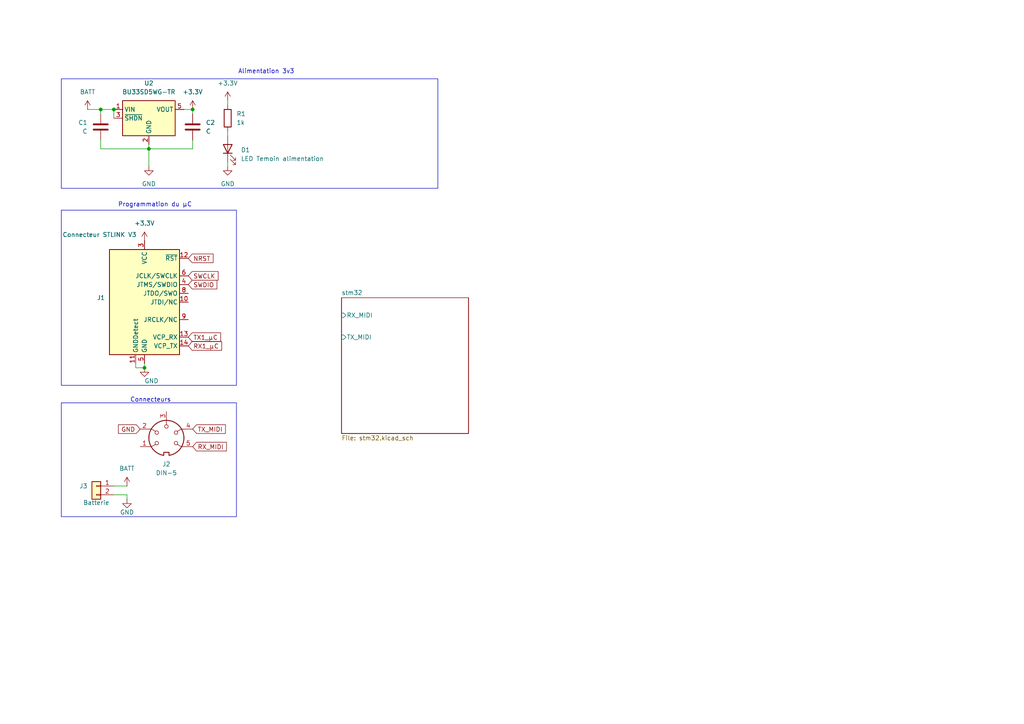
<source format=kicad_sch>
(kicad_sch
	(version 20250114)
	(generator "eeschema")
	(generator_version "9.0")
	(uuid "5e74dd86-eabf-4eac-a6ab-2534adeb335f")
	(paper "A4")
	(lib_symbols
		(symbol "Connector:Conn_ST_STDC14"
			(exclude_from_sim no)
			(in_bom yes)
			(on_board yes)
			(property "Reference" "J"
				(at -8.89 16.51 0)
				(effects
					(font
						(size 1.27 1.27)
					)
					(justify right)
				)
			)
			(property "Value" "Conn_ST_STDC14"
				(at 17.78 16.51 0)
				(effects
					(font
						(size 1.27 1.27)
					)
					(justify right bottom)
				)
			)
			(property "Footprint" ""
				(at 0 0 0)
				(effects
					(font
						(size 1.27 1.27)
					)
					(hide yes)
				)
			)
			(property "Datasheet" "https://www.st.com/content/ccc/resource/technical/document/user_manual/group1/99/49/91/b6/b2/3a/46/e5/DM00526767/files/DM00526767.pdf/jcr:content/translations/en.DM00526767.pdf"
				(at -8.89 -31.75 90)
				(effects
					(font
						(size 1.27 1.27)
					)
					(hide yes)
				)
			)
			(property "Description" "ST Debug Connector, standard ARM Cortex-M SWD and JTAG interface plus UART"
				(at 0 0 0)
				(effects
					(font
						(size 1.27 1.27)
					)
					(hide yes)
				)
			)
			(property "ki_keywords" "ST STM32 Cortex Debug Connector ARM SWD JTAG"
				(at 0 0 0)
				(effects
					(font
						(size 1.27 1.27)
					)
					(hide yes)
				)
			)
			(property "ki_fp_filters" "PinHeader?2x07?P1.27mm*"
				(at 0 0 0)
				(effects
					(font
						(size 1.27 1.27)
					)
					(hide yes)
				)
			)
			(symbol "Conn_ST_STDC14_0_1"
				(rectangle
					(start -10.16 15.24)
					(end 10.16 -15.24)
					(stroke
						(width 0.254)
						(type default)
					)
					(fill
						(type background)
					)
				)
			)
			(symbol "Conn_ST_STDC14_1_1"
				(pin no_connect line
					(at -10.16 5.08 0)
					(length 2.54)
					(hide yes)
					(name "NC"
						(effects
							(font
								(size 1.27 1.27)
							)
						)
					)
					(number "1"
						(effects
							(font
								(size 1.27 1.27)
							)
						)
					)
				)
				(pin no_connect line
					(at -10.16 2.54 0)
					(length 2.54)
					(hide yes)
					(name "NC"
						(effects
							(font
								(size 1.27 1.27)
							)
						)
					)
					(number "2"
						(effects
							(font
								(size 1.27 1.27)
							)
						)
					)
				)
				(pin passive line
					(at -2.54 -17.78 90)
					(length 2.54)
					(name "GNDDetect"
						(effects
							(font
								(size 1.27 1.27)
							)
						)
					)
					(number "11"
						(effects
							(font
								(size 1.27 1.27)
							)
						)
					)
				)
				(pin power_in line
					(at 0 17.78 270)
					(length 2.54)
					(name "VCC"
						(effects
							(font
								(size 1.27 1.27)
							)
						)
					)
					(number "3"
						(effects
							(font
								(size 1.27 1.27)
							)
						)
					)
				)
				(pin power_in line
					(at 0 -17.78 90)
					(length 2.54)
					(name "GND"
						(effects
							(font
								(size 1.27 1.27)
							)
						)
					)
					(number "5"
						(effects
							(font
								(size 1.27 1.27)
							)
						)
					)
				)
				(pin passive line
					(at 0 -17.78 90)
					(length 2.54)
					(hide yes)
					(name "GND"
						(effects
							(font
								(size 1.27 1.27)
							)
						)
					)
					(number "7"
						(effects
							(font
								(size 1.27 1.27)
							)
						)
					)
				)
				(pin open_collector line
					(at 12.7 12.7 180)
					(length 2.54)
					(name "~{RST}"
						(effects
							(font
								(size 1.27 1.27)
							)
						)
					)
					(number "12"
						(effects
							(font
								(size 1.27 1.27)
							)
						)
					)
				)
				(pin output line
					(at 12.7 7.62 180)
					(length 2.54)
					(name "JCLK/SWCLK"
						(effects
							(font
								(size 1.27 1.27)
							)
						)
					)
					(number "6"
						(effects
							(font
								(size 1.27 1.27)
							)
						)
					)
				)
				(pin bidirectional line
					(at 12.7 5.08 180)
					(length 2.54)
					(name "JTMS/SWDIO"
						(effects
							(font
								(size 1.27 1.27)
							)
						)
					)
					(number "4"
						(effects
							(font
								(size 1.27 1.27)
							)
						)
					)
				)
				(pin input line
					(at 12.7 2.54 180)
					(length 2.54)
					(name "JTDO/SWO"
						(effects
							(font
								(size 1.27 1.27)
							)
						)
					)
					(number "8"
						(effects
							(font
								(size 1.27 1.27)
							)
						)
					)
				)
				(pin output line
					(at 12.7 0 180)
					(length 2.54)
					(name "JTDI/NC"
						(effects
							(font
								(size 1.27 1.27)
							)
						)
					)
					(number "10"
						(effects
							(font
								(size 1.27 1.27)
							)
						)
					)
				)
				(pin input line
					(at 12.7 -5.08 180)
					(length 2.54)
					(name "JRCLK/NC"
						(effects
							(font
								(size 1.27 1.27)
							)
						)
					)
					(number "9"
						(effects
							(font
								(size 1.27 1.27)
							)
						)
					)
				)
				(pin output line
					(at 12.7 -10.16 180)
					(length 2.54)
					(name "VCP_RX"
						(effects
							(font
								(size 1.27 1.27)
							)
						)
					)
					(number "13"
						(effects
							(font
								(size 1.27 1.27)
							)
						)
					)
				)
				(pin input line
					(at 12.7 -12.7 180)
					(length 2.54)
					(name "VCP_TX"
						(effects
							(font
								(size 1.27 1.27)
							)
						)
					)
					(number "14"
						(effects
							(font
								(size 1.27 1.27)
							)
						)
					)
				)
			)
			(embedded_fonts no)
		)
		(symbol "Connector:DIN-5"
			(pin_names
				(offset 1.016)
			)
			(exclude_from_sim no)
			(in_bom yes)
			(on_board yes)
			(property "Reference" "J"
				(at 3.175 5.715 0)
				(effects
					(font
						(size 1.27 1.27)
					)
				)
			)
			(property "Value" "DIN-5"
				(at 0 -6.35 0)
				(effects
					(font
						(size 1.27 1.27)
					)
				)
			)
			(property "Footprint" ""
				(at 0 0 0)
				(effects
					(font
						(size 1.27 1.27)
					)
					(hide yes)
				)
			)
			(property "Datasheet" "http://www.mouser.com/ds/2/18/40_c091_abd_e-75918.pdf"
				(at 0 0 0)
				(effects
					(font
						(size 1.27 1.27)
					)
					(hide yes)
				)
			)
			(property "Description" "5-pin DIN connector"
				(at 0 0 0)
				(effects
					(font
						(size 1.27 1.27)
					)
					(hide yes)
				)
			)
			(property "ki_keywords" "circular DIN connector"
				(at 0 0 0)
				(effects
					(font
						(size 1.27 1.27)
					)
					(hide yes)
				)
			)
			(property "ki_fp_filters" "DIN*"
				(at 0 0 0)
				(effects
					(font
						(size 1.27 1.27)
					)
					(hide yes)
				)
			)
			(symbol "DIN-5_0_1"
				(polyline
					(pts
						(xy -5.08 2.54) (xy -4.318 2.54) (xy -3.175 1.905)
					)
					(stroke
						(width 0)
						(type default)
					)
					(fill
						(type none)
					)
				)
				(polyline
					(pts
						(xy -5.08 -2.54) (xy -4.318 -2.54) (xy -3.175 -1.905)
					)
					(stroke
						(width 0)
						(type default)
					)
					(fill
						(type none)
					)
				)
				(circle
					(center -2.794 1.524)
					(radius 0.508)
					(stroke
						(width 0)
						(type default)
					)
					(fill
						(type none)
					)
				)
				(circle
					(center -2.794 -1.524)
					(radius 0.508)
					(stroke
						(width 0)
						(type default)
					)
					(fill
						(type none)
					)
				)
				(polyline
					(pts
						(xy -0.762 -4.953) (xy -0.762 -4.191) (xy 0.762 -4.191) (xy 0.762 -4.953)
					)
					(stroke
						(width 0.254)
						(type default)
					)
					(fill
						(type none)
					)
				)
				(arc
					(start 5.08 0)
					(mid 3.8673 -3.3444)
					(end 0.762 -5.08)
					(stroke
						(width 0.254)
						(type default)
					)
					(fill
						(type none)
					)
				)
				(polyline
					(pts
						(xy 0 5.08) (xy 0 3.81)
					)
					(stroke
						(width 0)
						(type default)
					)
					(fill
						(type none)
					)
				)
				(circle
					(center 0 3.302)
					(radius 0.508)
					(stroke
						(width 0)
						(type default)
					)
					(fill
						(type none)
					)
				)
				(arc
					(start -5.08 0)
					(mid 0 5.0579)
					(end 5.08 0)
					(stroke
						(width 0.254)
						(type default)
					)
					(fill
						(type none)
					)
				)
				(arc
					(start -0.762 -5.08)
					(mid -3.8597 -3.3379)
					(end -5.08 0)
					(stroke
						(width 0.254)
						(type default)
					)
					(fill
						(type none)
					)
				)
				(circle
					(center 2.794 1.524)
					(radius 0.508)
					(stroke
						(width 0)
						(type default)
					)
					(fill
						(type none)
					)
				)
				(circle
					(center 2.794 -1.524)
					(radius 0.508)
					(stroke
						(width 0)
						(type default)
					)
					(fill
						(type none)
					)
				)
				(polyline
					(pts
						(xy 5.08 2.54) (xy 4.318 2.54) (xy 3.175 1.905)
					)
					(stroke
						(width 0)
						(type default)
					)
					(fill
						(type none)
					)
				)
				(polyline
					(pts
						(xy 5.08 -2.54) (xy 4.318 -2.54) (xy 3.175 -1.905)
					)
					(stroke
						(width 0)
						(type default)
					)
					(fill
						(type none)
					)
				)
			)
			(symbol "DIN-5_1_1"
				(pin passive line
					(at -7.62 2.54 0)
					(length 2.54)
					(name "~"
						(effects
							(font
								(size 1.27 1.27)
							)
						)
					)
					(number "2"
						(effects
							(font
								(size 1.27 1.27)
							)
						)
					)
				)
				(pin passive line
					(at -7.62 -2.54 0)
					(length 2.54)
					(name "~"
						(effects
							(font
								(size 1.27 1.27)
							)
						)
					)
					(number "1"
						(effects
							(font
								(size 1.27 1.27)
							)
						)
					)
				)
				(pin passive line
					(at 0 7.62 270)
					(length 2.54)
					(name "~"
						(effects
							(font
								(size 1.27 1.27)
							)
						)
					)
					(number "3"
						(effects
							(font
								(size 1.27 1.27)
							)
						)
					)
				)
				(pin passive line
					(at 7.62 2.54 180)
					(length 2.54)
					(name "~"
						(effects
							(font
								(size 1.27 1.27)
							)
						)
					)
					(number "4"
						(effects
							(font
								(size 1.27 1.27)
							)
						)
					)
				)
				(pin passive line
					(at 7.62 -2.54 180)
					(length 2.54)
					(name "~"
						(effects
							(font
								(size 1.27 1.27)
							)
						)
					)
					(number "5"
						(effects
							(font
								(size 1.27 1.27)
							)
						)
					)
				)
			)
			(embedded_fonts no)
		)
		(symbol "Connector_Generic:Conn_01x02"
			(pin_names
				(offset 1.016)
				(hide yes)
			)
			(exclude_from_sim no)
			(in_bom yes)
			(on_board yes)
			(property "Reference" "J"
				(at 0 2.54 0)
				(effects
					(font
						(size 1.27 1.27)
					)
				)
			)
			(property "Value" "Conn_01x02"
				(at 0 -5.08 0)
				(effects
					(font
						(size 1.27 1.27)
					)
				)
			)
			(property "Footprint" ""
				(at 0 0 0)
				(effects
					(font
						(size 1.27 1.27)
					)
					(hide yes)
				)
			)
			(property "Datasheet" "~"
				(at 0 0 0)
				(effects
					(font
						(size 1.27 1.27)
					)
					(hide yes)
				)
			)
			(property "Description" "Generic connector, single row, 01x02, script generated (kicad-library-utils/schlib/autogen/connector/)"
				(at 0 0 0)
				(effects
					(font
						(size 1.27 1.27)
					)
					(hide yes)
				)
			)
			(property "ki_keywords" "connector"
				(at 0 0 0)
				(effects
					(font
						(size 1.27 1.27)
					)
					(hide yes)
				)
			)
			(property "ki_fp_filters" "Connector*:*_1x??_*"
				(at 0 0 0)
				(effects
					(font
						(size 1.27 1.27)
					)
					(hide yes)
				)
			)
			(symbol "Conn_01x02_1_1"
				(rectangle
					(start -1.27 1.27)
					(end 1.27 -3.81)
					(stroke
						(width 0.254)
						(type default)
					)
					(fill
						(type background)
					)
				)
				(rectangle
					(start -1.27 0.127)
					(end 0 -0.127)
					(stroke
						(width 0.1524)
						(type default)
					)
					(fill
						(type none)
					)
				)
				(rectangle
					(start -1.27 -2.413)
					(end 0 -2.667)
					(stroke
						(width 0.1524)
						(type default)
					)
					(fill
						(type none)
					)
				)
				(pin passive line
					(at -5.08 0 0)
					(length 3.81)
					(name "Pin_1"
						(effects
							(font
								(size 1.27 1.27)
							)
						)
					)
					(number "1"
						(effects
							(font
								(size 1.27 1.27)
							)
						)
					)
				)
				(pin passive line
					(at -5.08 -2.54 0)
					(length 3.81)
					(name "Pin_2"
						(effects
							(font
								(size 1.27 1.27)
							)
						)
					)
					(number "2"
						(effects
							(font
								(size 1.27 1.27)
							)
						)
					)
				)
			)
			(embedded_fonts no)
		)
		(symbol "Device:C"
			(pin_numbers
				(hide yes)
			)
			(pin_names
				(offset 0.254)
			)
			(exclude_from_sim no)
			(in_bom yes)
			(on_board yes)
			(property "Reference" "C"
				(at 0.635 2.54 0)
				(effects
					(font
						(size 1.27 1.27)
					)
					(justify left)
				)
			)
			(property "Value" "C"
				(at 0.635 -2.54 0)
				(effects
					(font
						(size 1.27 1.27)
					)
					(justify left)
				)
			)
			(property "Footprint" ""
				(at 0.9652 -3.81 0)
				(effects
					(font
						(size 1.27 1.27)
					)
					(hide yes)
				)
			)
			(property "Datasheet" "~"
				(at 0 0 0)
				(effects
					(font
						(size 1.27 1.27)
					)
					(hide yes)
				)
			)
			(property "Description" "Unpolarized capacitor"
				(at 0 0 0)
				(effects
					(font
						(size 1.27 1.27)
					)
					(hide yes)
				)
			)
			(property "ki_keywords" "cap capacitor"
				(at 0 0 0)
				(effects
					(font
						(size 1.27 1.27)
					)
					(hide yes)
				)
			)
			(property "ki_fp_filters" "C_*"
				(at 0 0 0)
				(effects
					(font
						(size 1.27 1.27)
					)
					(hide yes)
				)
			)
			(symbol "C_0_1"
				(polyline
					(pts
						(xy -2.032 0.762) (xy 2.032 0.762)
					)
					(stroke
						(width 0.508)
						(type default)
					)
					(fill
						(type none)
					)
				)
				(polyline
					(pts
						(xy -2.032 -0.762) (xy 2.032 -0.762)
					)
					(stroke
						(width 0.508)
						(type default)
					)
					(fill
						(type none)
					)
				)
			)
			(symbol "C_1_1"
				(pin passive line
					(at 0 3.81 270)
					(length 2.794)
					(name "~"
						(effects
							(font
								(size 1.27 1.27)
							)
						)
					)
					(number "1"
						(effects
							(font
								(size 1.27 1.27)
							)
						)
					)
				)
				(pin passive line
					(at 0 -3.81 90)
					(length 2.794)
					(name "~"
						(effects
							(font
								(size 1.27 1.27)
							)
						)
					)
					(number "2"
						(effects
							(font
								(size 1.27 1.27)
							)
						)
					)
				)
			)
			(embedded_fonts no)
		)
		(symbol "Device:LED"
			(pin_numbers
				(hide yes)
			)
			(pin_names
				(offset 1.016)
				(hide yes)
			)
			(exclude_from_sim no)
			(in_bom yes)
			(on_board yes)
			(property "Reference" "D"
				(at 0 2.54 0)
				(effects
					(font
						(size 1.27 1.27)
					)
				)
			)
			(property "Value" "LED"
				(at 0 -2.54 0)
				(effects
					(font
						(size 1.27 1.27)
					)
				)
			)
			(property "Footprint" ""
				(at 0 0 0)
				(effects
					(font
						(size 1.27 1.27)
					)
					(hide yes)
				)
			)
			(property "Datasheet" "~"
				(at 0 0 0)
				(effects
					(font
						(size 1.27 1.27)
					)
					(hide yes)
				)
			)
			(property "Description" "Light emitting diode"
				(at 0 0 0)
				(effects
					(font
						(size 1.27 1.27)
					)
					(hide yes)
				)
			)
			(property "Sim.Pins" "1=K 2=A"
				(at 0 0 0)
				(effects
					(font
						(size 1.27 1.27)
					)
					(hide yes)
				)
			)
			(property "ki_keywords" "LED diode"
				(at 0 0 0)
				(effects
					(font
						(size 1.27 1.27)
					)
					(hide yes)
				)
			)
			(property "ki_fp_filters" "LED* LED_SMD:* LED_THT:*"
				(at 0 0 0)
				(effects
					(font
						(size 1.27 1.27)
					)
					(hide yes)
				)
			)
			(symbol "LED_0_1"
				(polyline
					(pts
						(xy -3.048 -0.762) (xy -4.572 -2.286) (xy -3.81 -2.286) (xy -4.572 -2.286) (xy -4.572 -1.524)
					)
					(stroke
						(width 0)
						(type default)
					)
					(fill
						(type none)
					)
				)
				(polyline
					(pts
						(xy -1.778 -0.762) (xy -3.302 -2.286) (xy -2.54 -2.286) (xy -3.302 -2.286) (xy -3.302 -1.524)
					)
					(stroke
						(width 0)
						(type default)
					)
					(fill
						(type none)
					)
				)
				(polyline
					(pts
						(xy -1.27 0) (xy 1.27 0)
					)
					(stroke
						(width 0)
						(type default)
					)
					(fill
						(type none)
					)
				)
				(polyline
					(pts
						(xy -1.27 -1.27) (xy -1.27 1.27)
					)
					(stroke
						(width 0.254)
						(type default)
					)
					(fill
						(type none)
					)
				)
				(polyline
					(pts
						(xy 1.27 -1.27) (xy 1.27 1.27) (xy -1.27 0) (xy 1.27 -1.27)
					)
					(stroke
						(width 0.254)
						(type default)
					)
					(fill
						(type none)
					)
				)
			)
			(symbol "LED_1_1"
				(pin passive line
					(at -3.81 0 0)
					(length 2.54)
					(name "K"
						(effects
							(font
								(size 1.27 1.27)
							)
						)
					)
					(number "1"
						(effects
							(font
								(size 1.27 1.27)
							)
						)
					)
				)
				(pin passive line
					(at 3.81 0 180)
					(length 2.54)
					(name "A"
						(effects
							(font
								(size 1.27 1.27)
							)
						)
					)
					(number "2"
						(effects
							(font
								(size 1.27 1.27)
							)
						)
					)
				)
			)
			(embedded_fonts no)
		)
		(symbol "Device:R"
			(pin_numbers
				(hide yes)
			)
			(pin_names
				(offset 0)
			)
			(exclude_from_sim no)
			(in_bom yes)
			(on_board yes)
			(property "Reference" "R"
				(at 2.032 0 90)
				(effects
					(font
						(size 1.27 1.27)
					)
				)
			)
			(property "Value" "R"
				(at 0 0 90)
				(effects
					(font
						(size 1.27 1.27)
					)
				)
			)
			(property "Footprint" ""
				(at -1.778 0 90)
				(effects
					(font
						(size 1.27 1.27)
					)
					(hide yes)
				)
			)
			(property "Datasheet" "~"
				(at 0 0 0)
				(effects
					(font
						(size 1.27 1.27)
					)
					(hide yes)
				)
			)
			(property "Description" "Resistor"
				(at 0 0 0)
				(effects
					(font
						(size 1.27 1.27)
					)
					(hide yes)
				)
			)
			(property "ki_keywords" "R res resistor"
				(at 0 0 0)
				(effects
					(font
						(size 1.27 1.27)
					)
					(hide yes)
				)
			)
			(property "ki_fp_filters" "R_*"
				(at 0 0 0)
				(effects
					(font
						(size 1.27 1.27)
					)
					(hide yes)
				)
			)
			(symbol "R_0_1"
				(rectangle
					(start -1.016 -2.54)
					(end 1.016 2.54)
					(stroke
						(width 0.254)
						(type default)
					)
					(fill
						(type none)
					)
				)
			)
			(symbol "R_1_1"
				(pin passive line
					(at 0 3.81 270)
					(length 1.27)
					(name "~"
						(effects
							(font
								(size 1.27 1.27)
							)
						)
					)
					(number "1"
						(effects
							(font
								(size 1.27 1.27)
							)
						)
					)
				)
				(pin passive line
					(at 0 -3.81 90)
					(length 1.27)
					(name "~"
						(effects
							(font
								(size 1.27 1.27)
							)
						)
					)
					(number "2"
						(effects
							(font
								(size 1.27 1.27)
							)
						)
					)
				)
			)
			(embedded_fonts no)
		)
		(symbol "Regulator_Linear:MCP1802x-xx02xOT"
			(exclude_from_sim no)
			(in_bom yes)
			(on_board yes)
			(property "Reference" "U"
				(at -6.35 6.35 0)
				(effects
					(font
						(size 1.27 1.27)
					)
					(justify left)
				)
			)
			(property "Value" "MCP1802x-xx02xOT"
				(at 0 6.35 0)
				(effects
					(font
						(size 1.27 1.27)
					)
					(justify left)
				)
			)
			(property "Footprint" "Package_TO_SOT_SMD:SOT-23-5"
				(at -6.35 8.89 0)
				(effects
					(font
						(size 1.27 1.27)
						(italic yes)
					)
					(justify left)
					(hide yes)
				)
			)
			(property "Datasheet" "http://ww1.microchip.com/downloads/en/DeviceDoc/22053C.pdf"
				(at 0 -2.54 0)
				(effects
					(font
						(size 1.27 1.27)
					)
					(hide yes)
				)
			)
			(property "Description" "150mA, Tiny CMOS LDO With Shutdown, Fixed Voltage, SOT-23-5"
				(at 0 0 0)
				(effects
					(font
						(size 1.27 1.27)
					)
					(hide yes)
				)
			)
			(property "ki_keywords" "LDO Linear Voltage Regulator"
				(at 0 0 0)
				(effects
					(font
						(size 1.27 1.27)
					)
					(hide yes)
				)
			)
			(property "ki_fp_filters" "SOT?23*"
				(at 0 0 0)
				(effects
					(font
						(size 1.27 1.27)
					)
					(hide yes)
				)
			)
			(symbol "MCP1802x-xx02xOT_0_1"
				(rectangle
					(start -7.62 5.08)
					(end 7.62 -5.08)
					(stroke
						(width 0.254)
						(type default)
					)
					(fill
						(type background)
					)
				)
			)
			(symbol "MCP1802x-xx02xOT_1_1"
				(pin power_in line
					(at -10.16 2.54 0)
					(length 2.54)
					(name "VIN"
						(effects
							(font
								(size 1.27 1.27)
							)
						)
					)
					(number "1"
						(effects
							(font
								(size 1.27 1.27)
							)
						)
					)
				)
				(pin input line
					(at -10.16 0 0)
					(length 2.54)
					(name "~{SHDN}"
						(effects
							(font
								(size 1.27 1.27)
							)
						)
					)
					(number "3"
						(effects
							(font
								(size 1.27 1.27)
							)
						)
					)
				)
				(pin power_in line
					(at 0 -7.62 90)
					(length 2.54)
					(name "GND"
						(effects
							(font
								(size 1.27 1.27)
							)
						)
					)
					(number "2"
						(effects
							(font
								(size 1.27 1.27)
							)
						)
					)
				)
				(pin no_connect line
					(at 7.62 0 180)
					(length 2.54)
					(hide yes)
					(name "NC"
						(effects
							(font
								(size 1.27 1.27)
							)
						)
					)
					(number "4"
						(effects
							(font
								(size 1.27 1.27)
							)
						)
					)
				)
				(pin power_out line
					(at 10.16 2.54 180)
					(length 2.54)
					(name "VOUT"
						(effects
							(font
								(size 1.27 1.27)
							)
						)
					)
					(number "5"
						(effects
							(font
								(size 1.27 1.27)
							)
						)
					)
				)
			)
			(embedded_fonts no)
		)
		(symbol "power:+3.3V"
			(power)
			(pin_numbers
				(hide yes)
			)
			(pin_names
				(offset 0)
				(hide yes)
			)
			(exclude_from_sim no)
			(in_bom yes)
			(on_board yes)
			(property "Reference" "#PWR"
				(at 0 -3.81 0)
				(effects
					(font
						(size 1.27 1.27)
					)
					(hide yes)
				)
			)
			(property "Value" "+3.3V"
				(at 0 3.556 0)
				(effects
					(font
						(size 1.27 1.27)
					)
				)
			)
			(property "Footprint" ""
				(at 0 0 0)
				(effects
					(font
						(size 1.27 1.27)
					)
					(hide yes)
				)
			)
			(property "Datasheet" ""
				(at 0 0 0)
				(effects
					(font
						(size 1.27 1.27)
					)
					(hide yes)
				)
			)
			(property "Description" "Power symbol creates a global label with name \"+3.3V\""
				(at 0 0 0)
				(effects
					(font
						(size 1.27 1.27)
					)
					(hide yes)
				)
			)
			(property "ki_keywords" "global power"
				(at 0 0 0)
				(effects
					(font
						(size 1.27 1.27)
					)
					(hide yes)
				)
			)
			(symbol "+3.3V_0_1"
				(polyline
					(pts
						(xy -0.762 1.27) (xy 0 2.54)
					)
					(stroke
						(width 0)
						(type default)
					)
					(fill
						(type none)
					)
				)
				(polyline
					(pts
						(xy 0 2.54) (xy 0.762 1.27)
					)
					(stroke
						(width 0)
						(type default)
					)
					(fill
						(type none)
					)
				)
				(polyline
					(pts
						(xy 0 0) (xy 0 2.54)
					)
					(stroke
						(width 0)
						(type default)
					)
					(fill
						(type none)
					)
				)
			)
			(symbol "+3.3V_1_1"
				(pin power_in line
					(at 0 0 90)
					(length 0)
					(name "~"
						(effects
							(font
								(size 1.27 1.27)
							)
						)
					)
					(number "1"
						(effects
							(font
								(size 1.27 1.27)
							)
						)
					)
				)
			)
			(embedded_fonts no)
		)
		(symbol "power:GND"
			(power)
			(pin_numbers
				(hide yes)
			)
			(pin_names
				(offset 0)
				(hide yes)
			)
			(exclude_from_sim no)
			(in_bom yes)
			(on_board yes)
			(property "Reference" "#PWR"
				(at 0 -6.35 0)
				(effects
					(font
						(size 1.27 1.27)
					)
					(hide yes)
				)
			)
			(property "Value" "GND"
				(at 0 -3.81 0)
				(effects
					(font
						(size 1.27 1.27)
					)
				)
			)
			(property "Footprint" ""
				(at 0 0 0)
				(effects
					(font
						(size 1.27 1.27)
					)
					(hide yes)
				)
			)
			(property "Datasheet" ""
				(at 0 0 0)
				(effects
					(font
						(size 1.27 1.27)
					)
					(hide yes)
				)
			)
			(property "Description" "Power symbol creates a global label with name \"GND\" , ground"
				(at 0 0 0)
				(effects
					(font
						(size 1.27 1.27)
					)
					(hide yes)
				)
			)
			(property "ki_keywords" "global power"
				(at 0 0 0)
				(effects
					(font
						(size 1.27 1.27)
					)
					(hide yes)
				)
			)
			(symbol "GND_0_1"
				(polyline
					(pts
						(xy 0 0) (xy 0 -1.27) (xy 1.27 -1.27) (xy 0 -2.54) (xy -1.27 -1.27) (xy 0 -1.27)
					)
					(stroke
						(width 0)
						(type default)
					)
					(fill
						(type none)
					)
				)
			)
			(symbol "GND_1_1"
				(pin power_in line
					(at 0 0 270)
					(length 0)
					(name "~"
						(effects
							(font
								(size 1.27 1.27)
							)
						)
					)
					(number "1"
						(effects
							(font
								(size 1.27 1.27)
							)
						)
					)
				)
			)
			(embedded_fonts no)
		)
	)
	(rectangle
		(start 17.78 60.96)
		(end 68.58 111.76)
		(stroke
			(width 0)
			(type default)
		)
		(fill
			(type none)
		)
		(uuid 4df788f7-4b80-466a-a740-cfb4f9c68403)
	)
	(rectangle
		(start 17.78 116.84)
		(end 68.58 149.86)
		(stroke
			(width 0)
			(type default)
		)
		(fill
			(type none)
		)
		(uuid 856dd2b2-4e47-4fb6-97f4-e8aa08a34250)
	)
	(rectangle
		(start 17.78 22.86)
		(end 127 54.61)
		(stroke
			(width 0)
			(type default)
		)
		(fill
			(type none)
		)
		(uuid ba5ecf36-bb4f-4953-963c-97c1ac895ad3)
	)
	(text "Programmation du µC\n"
		(exclude_from_sim no)
		(at 44.958 59.436 0)
		(effects
			(font
				(size 1.27 1.27)
			)
		)
		(uuid "a32d5667-0140-463c-be17-20112100b54b")
	)
	(text "Connecteurs\n"
		(exclude_from_sim no)
		(at 43.688 116.078 0)
		(effects
			(font
				(size 1.27 1.27)
			)
		)
		(uuid "d5a9bfb7-8c07-426e-b18c-cc8b3fa264b9")
	)
	(text "Alimentation 3v3\n\n"
		(exclude_from_sim no)
		(at 77.216 21.844 0)
		(effects
			(font
				(size 1.27 1.27)
			)
		)
		(uuid "f4a2e697-86fa-4e83-aa94-35c4be6a6caf")
	)
	(junction
		(at 33.02 31.75)
		(diameter 0)
		(color 0 0 0 0)
		(uuid "00a0c4c4-a78a-4128-ab09-4097951bf9bd")
	)
	(junction
		(at 43.18 43.18)
		(diameter 0)
		(color 0 0 0 0)
		(uuid "26b2778f-e7b0-4ea3-938f-3427721d134a")
	)
	(junction
		(at 29.21 31.75)
		(diameter 0)
		(color 0 0 0 0)
		(uuid "2d0cf3bb-414b-4212-a31e-b703d57cdbed")
	)
	(junction
		(at 55.88 31.75)
		(diameter 0)
		(color 0 0 0 0)
		(uuid "c08ce143-986b-4856-9156-8fb670d2998b")
	)
	(junction
		(at 41.91 106.68)
		(diameter 0)
		(color 0 0 0 0)
		(uuid "f889f1a6-bb83-414e-9866-2a419ed7ddd1")
	)
	(wire
		(pts
			(xy 41.91 106.68) (xy 41.91 105.41)
		)
		(stroke
			(width 0)
			(type default)
		)
		(uuid "01c7ce35-af28-4ae4-98d7-c1e43e3ff458")
	)
	(wire
		(pts
			(xy 66.04 46.99) (xy 66.04 48.26)
		)
		(stroke
			(width 0)
			(type default)
		)
		(uuid "046dbe5a-7c2f-4688-a932-e08a153d6f26")
	)
	(wire
		(pts
			(xy 29.21 33.02) (xy 29.21 31.75)
		)
		(stroke
			(width 0)
			(type default)
		)
		(uuid "0b8631fa-61cc-4026-9e34-3b05abb2255e")
	)
	(wire
		(pts
			(xy 43.18 43.18) (xy 29.21 43.18)
		)
		(stroke
			(width 0)
			(type default)
		)
		(uuid "21c27e4f-bb3d-4785-8f49-8358230df964")
	)
	(wire
		(pts
			(xy 66.04 38.1) (xy 66.04 39.37)
		)
		(stroke
			(width 0)
			(type default)
		)
		(uuid "3dd02736-dea8-4990-96fc-8b87e3e17459")
	)
	(wire
		(pts
			(xy 29.21 40.64) (xy 29.21 43.18)
		)
		(stroke
			(width 0)
			(type default)
		)
		(uuid "46ae3f66-e5f5-4678-8966-d5901ab0f27d")
	)
	(wire
		(pts
			(xy 43.18 43.18) (xy 43.18 41.91)
		)
		(stroke
			(width 0)
			(type default)
		)
		(uuid "5065137e-c879-4998-9bab-50e04b037a85")
	)
	(wire
		(pts
			(xy 43.18 43.18) (xy 55.88 43.18)
		)
		(stroke
			(width 0)
			(type default)
		)
		(uuid "570607b0-62c5-4885-a73a-0e4fbd5c30da")
	)
	(wire
		(pts
			(xy 55.88 31.75) (xy 53.34 31.75)
		)
		(stroke
			(width 0)
			(type default)
		)
		(uuid "689f8607-5e31-44ab-a9ea-44f1acfd8d6f")
	)
	(wire
		(pts
			(xy 43.18 43.18) (xy 43.18 48.26)
		)
		(stroke
			(width 0)
			(type default)
		)
		(uuid "690ed81a-0bec-494b-852c-d42718b3b259")
	)
	(wire
		(pts
			(xy 36.83 140.97) (xy 33.02 140.97)
		)
		(stroke
			(width 0)
			(type default)
		)
		(uuid "7433bb08-c02f-45c8-a403-79cbfeb8dbe4")
	)
	(wire
		(pts
			(xy 33.02 143.51) (xy 36.83 143.51)
		)
		(stroke
			(width 0)
			(type default)
		)
		(uuid "768e6e05-ff3e-4670-8748-8037f7a8dacd")
	)
	(wire
		(pts
			(xy 55.88 31.75) (xy 55.88 33.02)
		)
		(stroke
			(width 0)
			(type default)
		)
		(uuid "91e0fed1-8bfb-4846-82ee-2761c02af727")
	)
	(wire
		(pts
			(xy 39.37 105.41) (xy 39.37 106.68)
		)
		(stroke
			(width 0)
			(type default)
		)
		(uuid "9f304076-4230-485a-ba4e-0920c757ffcc")
	)
	(wire
		(pts
			(xy 36.83 143.51) (xy 36.83 144.78)
		)
		(stroke
			(width 0)
			(type default)
		)
		(uuid "acd759c2-4e5e-4dae-a909-3da0ff3d9f95")
	)
	(wire
		(pts
			(xy 29.21 31.75) (xy 33.02 31.75)
		)
		(stroke
			(width 0)
			(type default)
		)
		(uuid "af62e1dd-f8b1-4ae2-a14a-ae2ee955c6f8")
	)
	(wire
		(pts
			(xy 25.4 31.75) (xy 29.21 31.75)
		)
		(stroke
			(width 0)
			(type default)
		)
		(uuid "b2313a0a-fbbd-4c55-8b11-10750f22a12e")
	)
	(wire
		(pts
			(xy 55.88 43.18) (xy 55.88 40.64)
		)
		(stroke
			(width 0)
			(type default)
		)
		(uuid "c3695f05-3e00-49f4-8d19-caecad9ce73b")
	)
	(wire
		(pts
			(xy 33.02 31.75) (xy 33.02 34.29)
		)
		(stroke
			(width 0)
			(type default)
		)
		(uuid "c3b00907-8602-4167-b065-3df98b5ca636")
	)
	(wire
		(pts
			(xy 39.37 106.68) (xy 41.91 106.68)
		)
		(stroke
			(width 0)
			(type default)
		)
		(uuid "ca3830ec-01e1-414b-80c3-79f1524ff926")
	)
	(wire
		(pts
			(xy 66.04 29.21) (xy 66.04 30.48)
		)
		(stroke
			(width 0)
			(type default)
		)
		(uuid "f085f455-8784-4036-9961-bd4fa76a99f6")
	)
	(global_label "RX_MIDI"
		(shape input)
		(at 55.88 129.54 0)
		(fields_autoplaced yes)
		(effects
			(font
				(size 1.27 1.27)
			)
			(justify left)
		)
		(uuid "0e3592a1-30ef-4ce7-87e0-8afb1ec7d0de")
		(property "Intersheetrefs" "${INTERSHEET_REFS}"
			(at 66.2433 129.54 0)
			(effects
				(font
					(size 1.27 1.27)
				)
				(justify left)
				(hide yes)
			)
		)
	)
	(global_label "TX1_µC"
		(shape input)
		(at 54.61 97.79 0)
		(fields_autoplaced yes)
		(effects
			(font
				(size 1.27 1.27)
			)
			(justify left)
		)
		(uuid "33bb8d0a-5387-4fcf-9ee6-f1956629b15d")
		(property "Intersheetrefs" "${INTERSHEET_REFS}"
			(at 64.5499 97.79 0)
			(effects
				(font
					(size 1.27 1.27)
				)
				(justify left)
				(hide yes)
			)
		)
	)
	(global_label "GND"
		(shape input)
		(at 40.64 124.46 180)
		(fields_autoplaced yes)
		(effects
			(font
				(size 1.27 1.27)
			)
			(justify right)
		)
		(uuid "3923cfaf-62a5-4a3c-b3ac-e480b42b4074")
		(property "Intersheetrefs" "${INTERSHEET_REFS}"
			(at 33.7843 124.46 0)
			(effects
				(font
					(size 1.27 1.27)
				)
				(justify right)
				(hide yes)
			)
		)
	)
	(global_label "SWCLK"
		(shape input)
		(at 54.61 80.01 0)
		(fields_autoplaced yes)
		(effects
			(font
				(size 1.27 1.27)
			)
			(justify left)
		)
		(uuid "8f84a5fc-e041-4e28-834b-0eff63700e83")
		(property "Intersheetrefs" "${INTERSHEET_REFS}"
			(at 63.8242 80.01 0)
			(effects
				(font
					(size 1.27 1.27)
				)
				(justify left)
				(hide yes)
			)
		)
	)
	(global_label "TX_MIDI"
		(shape input)
		(at 55.88 124.46 0)
		(fields_autoplaced yes)
		(effects
			(font
				(size 1.27 1.27)
			)
			(justify left)
		)
		(uuid "8fe6986c-f5bf-46e4-9be7-47ddbe0a19f1")
		(property "Intersheetrefs" "${INTERSHEET_REFS}"
			(at 65.9409 124.46 0)
			(effects
				(font
					(size 1.27 1.27)
				)
				(justify left)
				(hide yes)
			)
		)
	)
	(global_label "NRST"
		(shape input)
		(at 54.61 74.93 0)
		(fields_autoplaced yes)
		(effects
			(font
				(size 1.27 1.27)
			)
			(justify left)
		)
		(uuid "a374aa56-2ab8-41a2-a4c1-b0c3394ea399")
		(property "Intersheetrefs" "${INTERSHEET_REFS}"
			(at 62.3728 74.93 0)
			(effects
				(font
					(size 1.27 1.27)
				)
				(justify left)
				(hide yes)
			)
		)
	)
	(global_label "RX1_µC"
		(shape input)
		(at 54.61 100.33 0)
		(fields_autoplaced yes)
		(effects
			(font
				(size 1.27 1.27)
			)
			(justify left)
		)
		(uuid "c7590112-464c-478a-af0d-919ad658634e")
		(property "Intersheetrefs" "${INTERSHEET_REFS}"
			(at 64.8523 100.33 0)
			(effects
				(font
					(size 1.27 1.27)
				)
				(justify left)
				(hide yes)
			)
		)
	)
	(global_label "SWDIO"
		(shape input)
		(at 54.61 82.55 0)
		(fields_autoplaced yes)
		(effects
			(font
				(size 1.27 1.27)
			)
			(justify left)
		)
		(uuid "c792f944-bf96-4e04-a73b-1e0bfdb43162")
		(property "Intersheetrefs" "${INTERSHEET_REFS}"
			(at 63.4614 82.55 0)
			(effects
				(font
					(size 1.27 1.27)
				)
				(justify left)
				(hide yes)
			)
		)
	)
	(symbol
		(lib_id "power:+3.3V")
		(at 55.88 31.75 0)
		(unit 1)
		(exclude_from_sim no)
		(in_bom yes)
		(on_board yes)
		(dnp no)
		(fields_autoplaced yes)
		(uuid "02b76258-a3c4-43fe-83e1-f4cda407e5cc")
		(property "Reference" "#PWR07"
			(at 55.88 35.56 0)
			(effects
				(font
					(size 1.27 1.27)
				)
				(hide yes)
			)
		)
		(property "Value" "+3.3V"
			(at 55.88 26.67 0)
			(effects
				(font
					(size 1.27 1.27)
				)
			)
		)
		(property "Footprint" ""
			(at 55.88 31.75 0)
			(effects
				(font
					(size 1.27 1.27)
				)
				(hide yes)
			)
		)
		(property "Datasheet" ""
			(at 55.88 31.75 0)
			(effects
				(font
					(size 1.27 1.27)
				)
				(hide yes)
			)
		)
		(property "Description" "Power symbol creates a global label with name \"+3.3V\""
			(at 55.88 31.75 0)
			(effects
				(font
					(size 1.27 1.27)
				)
				(hide yes)
			)
		)
		(pin "1"
			(uuid "315e4c6b-8e0e-4e07-ad3d-4618dd69ab37")
		)
		(instances
			(project ""
				(path "/5e74dd86-eabf-4eac-a6ab-2534adeb335f"
					(reference "#PWR07")
					(unit 1)
				)
			)
		)
	)
	(symbol
		(lib_id "Connector:DIN-5")
		(at 48.26 127 0)
		(unit 1)
		(exclude_from_sim no)
		(in_bom yes)
		(on_board yes)
		(dnp no)
		(fields_autoplaced yes)
		(uuid "1913b7d4-4e5c-4f8e-b3f7-be7fe6efb7c4")
		(property "Reference" "J2"
			(at 48.26 134.62 0)
			(effects
				(font
					(size 1.27 1.27)
				)
			)
		)
		(property "Value" "DIN-5"
			(at 48.26 137.16 0)
			(effects
				(font
					(size 1.27 1.27)
				)
			)
		)
		(property "Footprint" ""
			(at 48.26 127 0)
			(effects
				(font
					(size 1.27 1.27)
				)
				(hide yes)
			)
		)
		(property "Datasheet" "http://www.mouser.com/ds/2/18/40_c091_abd_e-75918.pdf"
			(at 48.26 127 0)
			(effects
				(font
					(size 1.27 1.27)
				)
				(hide yes)
			)
		)
		(property "Description" "5-pin DIN connector"
			(at 48.26 127 0)
			(effects
				(font
					(size 1.27 1.27)
				)
				(hide yes)
			)
		)
		(pin "3"
			(uuid "f83ed1d9-6d31-4bf3-8db7-66314c00d152")
		)
		(pin "4"
			(uuid "cdd9aedd-2160-4602-9be1-168dfcd133d8")
		)
		(pin "5"
			(uuid "fb694acc-43e1-4210-a254-806ce74daee6")
		)
		(pin "1"
			(uuid "16dd2b2c-cb78-434b-840e-a4ad46377810")
		)
		(pin "2"
			(uuid "b3860c11-f783-4094-b47b-b88d67e8fcb8")
		)
		(instances
			(project ""
				(path "/5e74dd86-eabf-4eac-a6ab-2534adeb335f"
					(reference "J2")
					(unit 1)
				)
			)
		)
	)
	(symbol
		(lib_id "Device:C")
		(at 29.21 36.83 0)
		(mirror y)
		(unit 1)
		(exclude_from_sim no)
		(in_bom yes)
		(on_board yes)
		(dnp no)
		(uuid "1d3ec8b3-68c7-4f29-b84d-02f0690590f3")
		(property "Reference" "C1"
			(at 25.4 35.5599 0)
			(effects
				(font
					(size 1.27 1.27)
				)
				(justify left)
			)
		)
		(property "Value" "C"
			(at 25.4 38.0999 0)
			(effects
				(font
					(size 1.27 1.27)
				)
				(justify left)
			)
		)
		(property "Footprint" ""
			(at 28.2448 40.64 0)
			(effects
				(font
					(size 1.27 1.27)
				)
				(hide yes)
			)
		)
		(property "Datasheet" "~"
			(at 29.21 36.83 0)
			(effects
				(font
					(size 1.27 1.27)
				)
				(hide yes)
			)
		)
		(property "Description" "Unpolarized capacitor"
			(at 29.21 36.83 0)
			(effects
				(font
					(size 1.27 1.27)
				)
				(hide yes)
			)
		)
		(pin "1"
			(uuid "e886ffd2-a8f5-4212-9a77-eb9134a53b10")
		)
		(pin "2"
			(uuid "05e39ab3-4ee1-4594-b4e5-e021867fa567")
		)
		(instances
			(project ""
				(path "/5e74dd86-eabf-4eac-a6ab-2534adeb335f"
					(reference "C1")
					(unit 1)
				)
			)
		)
	)
	(symbol
		(lib_id "power:GND")
		(at 41.91 106.68 0)
		(unit 1)
		(exclude_from_sim no)
		(in_bom yes)
		(on_board yes)
		(dnp no)
		(uuid "4043f964-5ae9-4d19-b9a6-2011c6e6baa7")
		(property "Reference" "#PWR03"
			(at 41.91 113.03 0)
			(effects
				(font
					(size 1.27 1.27)
				)
				(hide yes)
			)
		)
		(property "Value" "GND"
			(at 43.942 110.49 0)
			(effects
				(font
					(size 1.27 1.27)
				)
			)
		)
		(property "Footprint" ""
			(at 41.91 106.68 0)
			(effects
				(font
					(size 1.27 1.27)
				)
				(hide yes)
			)
		)
		(property "Datasheet" ""
			(at 41.91 106.68 0)
			(effects
				(font
					(size 1.27 1.27)
				)
				(hide yes)
			)
		)
		(property "Description" "Power symbol creates a global label with name \"GND\" , ground"
			(at 41.91 106.68 0)
			(effects
				(font
					(size 1.27 1.27)
				)
				(hide yes)
			)
		)
		(pin "1"
			(uuid "251cdd24-bdc9-4274-b18c-84a620e25010")
		)
		(instances
			(project ""
				(path "/5e74dd86-eabf-4eac-a6ab-2534adeb335f"
					(reference "#PWR03")
					(unit 1)
				)
			)
		)
	)
	(symbol
		(lib_id "Device:R")
		(at 66.04 34.29 0)
		(unit 1)
		(exclude_from_sim no)
		(in_bom yes)
		(on_board yes)
		(dnp no)
		(fields_autoplaced yes)
		(uuid "51bffec0-547e-45db-bf3b-d6d4fd1bd353")
		(property "Reference" "R1"
			(at 68.58 33.0199 0)
			(effects
				(font
					(size 1.27 1.27)
				)
				(justify left)
			)
		)
		(property "Value" "1k"
			(at 68.58 35.5599 0)
			(effects
				(font
					(size 1.27 1.27)
				)
				(justify left)
			)
		)
		(property "Footprint" ""
			(at 64.262 34.29 90)
			(effects
				(font
					(size 1.27 1.27)
				)
				(hide yes)
			)
		)
		(property "Datasheet" "~"
			(at 66.04 34.29 0)
			(effects
				(font
					(size 1.27 1.27)
				)
				(hide yes)
			)
		)
		(property "Description" "Resistor"
			(at 66.04 34.29 0)
			(effects
				(font
					(size 1.27 1.27)
				)
				(hide yes)
			)
		)
		(pin "1"
			(uuid "4250718a-1546-4737-a13f-4b7af69174c4")
		)
		(pin "2"
			(uuid "45049f08-d573-447f-aca0-72bbc88e7691")
		)
		(instances
			(project ""
				(path "/5e74dd86-eabf-4eac-a6ab-2534adeb335f"
					(reference "R1")
					(unit 1)
				)
			)
		)
	)
	(symbol
		(lib_id "power:+3.3V")
		(at 66.04 29.21 0)
		(unit 1)
		(exclude_from_sim no)
		(in_bom yes)
		(on_board yes)
		(dnp no)
		(fields_autoplaced yes)
		(uuid "67e02ecc-1ee1-4e53-9afa-59308eac44e7")
		(property "Reference" "#PWR014"
			(at 66.04 33.02 0)
			(effects
				(font
					(size 1.27 1.27)
				)
				(hide yes)
			)
		)
		(property "Value" "+3.3V"
			(at 66.04 24.13 0)
			(effects
				(font
					(size 1.27 1.27)
				)
			)
		)
		(property "Footprint" ""
			(at 66.04 29.21 0)
			(effects
				(font
					(size 1.27 1.27)
				)
				(hide yes)
			)
		)
		(property "Datasheet" ""
			(at 66.04 29.21 0)
			(effects
				(font
					(size 1.27 1.27)
				)
				(hide yes)
			)
		)
		(property "Description" "Power symbol creates a global label with name \"+3.3V\""
			(at 66.04 29.21 0)
			(effects
				(font
					(size 1.27 1.27)
				)
				(hide yes)
			)
		)
		(pin "1"
			(uuid "2061ea83-028c-43e4-9515-5707c6cf4998")
		)
		(instances
			(project "TP_PROJ_S5"
				(path "/5e74dd86-eabf-4eac-a6ab-2534adeb335f"
					(reference "#PWR014")
					(unit 1)
				)
			)
		)
	)
	(symbol
		(lib_id "power:GND")
		(at 43.18 48.26 0)
		(unit 1)
		(exclude_from_sim no)
		(in_bom yes)
		(on_board yes)
		(dnp no)
		(fields_autoplaced yes)
		(uuid "6ab067a5-88ad-410d-be55-8d222d1f9b0a")
		(property "Reference" "#PWR05"
			(at 43.18 54.61 0)
			(effects
				(font
					(size 1.27 1.27)
				)
				(hide yes)
			)
		)
		(property "Value" "GND"
			(at 43.18 53.34 0)
			(effects
				(font
					(size 1.27 1.27)
				)
			)
		)
		(property "Footprint" ""
			(at 43.18 48.26 0)
			(effects
				(font
					(size 1.27 1.27)
				)
				(hide yes)
			)
		)
		(property "Datasheet" ""
			(at 43.18 48.26 0)
			(effects
				(font
					(size 1.27 1.27)
				)
				(hide yes)
			)
		)
		(property "Description" "Power symbol creates a global label with name \"GND\" , ground"
			(at 43.18 48.26 0)
			(effects
				(font
					(size 1.27 1.27)
				)
				(hide yes)
			)
		)
		(pin "1"
			(uuid "84437637-c026-414a-b9d6-e65203f1b73d")
		)
		(instances
			(project ""
				(path "/5e74dd86-eabf-4eac-a6ab-2534adeb335f"
					(reference "#PWR05")
					(unit 1)
				)
			)
		)
	)
	(symbol
		(lib_id "power:+3.3V")
		(at 36.83 140.97 0)
		(unit 1)
		(exclude_from_sim no)
		(in_bom yes)
		(on_board yes)
		(dnp no)
		(fields_autoplaced yes)
		(uuid "7daad288-0368-4a86-96d7-1b56e034fd64")
		(property "Reference" "#PWR022"
			(at 36.83 144.78 0)
			(effects
				(font
					(size 1.27 1.27)
				)
				(hide yes)
			)
		)
		(property "Value" "BATT"
			(at 36.83 135.89 0)
			(effects
				(font
					(size 1.27 1.27)
				)
			)
		)
		(property "Footprint" ""
			(at 36.83 140.97 0)
			(effects
				(font
					(size 1.27 1.27)
				)
				(hide yes)
			)
		)
		(property "Datasheet" ""
			(at 36.83 140.97 0)
			(effects
				(font
					(size 1.27 1.27)
				)
				(hide yes)
			)
		)
		(property "Description" "Power symbol creates a global label with name \"+3.3V\""
			(at 36.83 140.97 0)
			(effects
				(font
					(size 1.27 1.27)
				)
				(hide yes)
			)
		)
		(pin "1"
			(uuid "16c73ed7-2cfa-4a4f-b7b3-627621792223")
		)
		(instances
			(project "TP_PROJ_S5"
				(path "/5e74dd86-eabf-4eac-a6ab-2534adeb335f"
					(reference "#PWR022")
					(unit 1)
				)
			)
		)
	)
	(symbol
		(lib_id "Regulator_Linear:MCP1802x-xx02xOT")
		(at 43.18 34.29 0)
		(unit 1)
		(exclude_from_sim no)
		(in_bom yes)
		(on_board yes)
		(dnp no)
		(fields_autoplaced yes)
		(uuid "8e3340fd-3577-44df-a1e1-b26713591639")
		(property "Reference" "U2"
			(at 43.18 24.13 0)
			(effects
				(font
					(size 1.27 1.27)
				)
			)
		)
		(property "Value" "BU33SD5WG-TR"
			(at 43.18 26.67 0)
			(effects
				(font
					(size 1.27 1.27)
				)
			)
		)
		(property "Footprint" "Package_TO_SOT_SMD:SOT-23-5"
			(at 36.83 25.4 0)
			(effects
				(font
					(size 1.27 1.27)
					(italic yes)
				)
				(justify left)
				(hide yes)
			)
		)
		(property "Datasheet" "http://ww1.microchip.com/downloads/en/DeviceDoc/22053C.pdf"
			(at 43.18 36.83 0)
			(effects
				(font
					(size 1.27 1.27)
				)
				(hide yes)
			)
		)
		(property "Description" "150mA, Tiny CMOS LDO With Shutdown, Fixed Voltage, SOT-23-5"
			(at 43.18 34.29 0)
			(effects
				(font
					(size 1.27 1.27)
				)
				(hide yes)
			)
		)
		(pin "1"
			(uuid "a99558e4-ba5a-4a5b-8a20-88e3f067a1cd")
		)
		(pin "4"
			(uuid "c630aeb4-2137-4c1a-ba7c-1243d832e75f")
		)
		(pin "5"
			(uuid "a057bc06-e7d8-4eac-a8e4-07e47f7dd923")
		)
		(pin "2"
			(uuid "b1f74f7d-29d1-4979-a7eb-66dc4bce8d24")
		)
		(pin "3"
			(uuid "575e6c14-d1dc-4de5-a0b9-8e0af5203800")
		)
		(instances
			(project ""
				(path "/5e74dd86-eabf-4eac-a6ab-2534adeb335f"
					(reference "U2")
					(unit 1)
				)
			)
		)
	)
	(symbol
		(lib_id "Connector:Conn_ST_STDC14")
		(at 41.91 87.63 0)
		(unit 1)
		(exclude_from_sim no)
		(in_bom yes)
		(on_board yes)
		(dnp no)
		(uuid "9f41bbbf-3801-4ef5-9aee-cf26e609659f")
		(property "Reference" "J1"
			(at 30.48 86.3599 0)
			(effects
				(font
					(size 1.27 1.27)
				)
				(justify right)
			)
		)
		(property "Value" "Connecteur STLINK V3"
			(at 39.624 68.072 0)
			(effects
				(font
					(size 1.27 1.27)
				)
				(justify right)
			)
		)
		(property "Footprint" "Connector_PinHeader_1.27mm:PinHeader_2x07_P1.27mm_Vertical_SMD"
			(at 41.91 87.63 0)
			(effects
				(font
					(size 1.27 1.27)
				)
				(hide yes)
			)
		)
		(property "Datasheet" "https://www.st.com/content/ccc/resource/technical/document/user_manual/group1/99/49/91/b6/b2/3a/46/e5/DM00526767/files/DM00526767.pdf/jcr:content/translations/en.DM00526767.pdf"
			(at 33.02 119.38 90)
			(effects
				(font
					(size 1.27 1.27)
				)
				(hide yes)
			)
		)
		(property "Description" "ST Debug Connector, standard ARM Cortex-M SWD and JTAG interface plus UART"
			(at 41.91 87.63 0)
			(effects
				(font
					(size 1.27 1.27)
				)
				(hide yes)
			)
		)
		(pin "2"
			(uuid "438c5501-2e5b-4e93-81c1-4cb17385bc42")
		)
		(pin "3"
			(uuid "37bc82c9-4ca1-447d-8021-acb0b68c0c7e")
		)
		(pin "8"
			(uuid "7ea72a7f-7e90-4110-b560-5958380ead6b")
		)
		(pin "12"
			(uuid "f5050514-6448-4718-9d9e-7b2aa9d099b7")
		)
		(pin "11"
			(uuid "01007fea-15a3-49da-b75b-c0cd353de989")
		)
		(pin "7"
			(uuid "3bc6a3ea-0ee2-492f-98ce-64b33e4c3765")
		)
		(pin "1"
			(uuid "48a5cb3c-b61e-4fba-950c-e8a80d49d4ff")
		)
		(pin "5"
			(uuid "03108864-915c-4482-8410-85a8e6e4b822")
		)
		(pin "4"
			(uuid "8bab1311-e7a4-470c-b394-26f2fc2f5d32")
		)
		(pin "6"
			(uuid "f408ff3e-1b92-465f-85e7-752c41889e08")
		)
		(pin "13"
			(uuid "0b7cdf98-a959-4ab5-add8-2230d15cb49a")
		)
		(pin "10"
			(uuid "5277cc1a-4ec8-4e7a-afd5-01c22a1bde2d")
		)
		(pin "9"
			(uuid "11bfda4b-4bfd-413b-8ee7-fb4a7d548f30")
		)
		(pin "14"
			(uuid "3af0bf8f-711a-4f17-b699-b7ffb87c3d04")
		)
		(instances
			(project ""
				(path "/5e74dd86-eabf-4eac-a6ab-2534adeb335f"
					(reference "J1")
					(unit 1)
				)
			)
		)
	)
	(symbol
		(lib_id "Device:LED")
		(at 66.04 43.18 90)
		(unit 1)
		(exclude_from_sim no)
		(in_bom yes)
		(on_board yes)
		(dnp no)
		(fields_autoplaced yes)
		(uuid "b27d2ff7-ea05-4902-97d2-49aacc63fe7c")
		(property "Reference" "D1"
			(at 69.85 43.4974 90)
			(effects
				(font
					(size 1.27 1.27)
				)
				(justify right)
			)
		)
		(property "Value" "LED Temoin alimentation"
			(at 69.85 46.0374 90)
			(effects
				(font
					(size 1.27 1.27)
				)
				(justify right)
			)
		)
		(property "Footprint" ""
			(at 66.04 43.18 0)
			(effects
				(font
					(size 1.27 1.27)
				)
				(hide yes)
			)
		)
		(property "Datasheet" "~"
			(at 66.04 43.18 0)
			(effects
				(font
					(size 1.27 1.27)
				)
				(hide yes)
			)
		)
		(property "Description" "Light emitting diode"
			(at 66.04 43.18 0)
			(effects
				(font
					(size 1.27 1.27)
				)
				(hide yes)
			)
		)
		(property "Sim.Pins" "1=K 2=A"
			(at 66.04 43.18 0)
			(effects
				(font
					(size 1.27 1.27)
				)
				(hide yes)
			)
		)
		(pin "1"
			(uuid "e816a945-3212-4546-9be0-482e0412b684")
		)
		(pin "2"
			(uuid "b808d3c9-3363-4c07-81ff-36427cc58422")
		)
		(instances
			(project ""
				(path "/5e74dd86-eabf-4eac-a6ab-2534adeb335f"
					(reference "D1")
					(unit 1)
				)
			)
		)
	)
	(symbol
		(lib_id "power:+3.3V")
		(at 25.4 31.75 0)
		(unit 1)
		(exclude_from_sim no)
		(in_bom yes)
		(on_board yes)
		(dnp no)
		(fields_autoplaced yes)
		(uuid "bd3d0cd2-cd8c-4108-8270-4870ef1e214c")
		(property "Reference" "#PWR019"
			(at 25.4 35.56 0)
			(effects
				(font
					(size 1.27 1.27)
				)
				(hide yes)
			)
		)
		(property "Value" "BATT"
			(at 25.4 26.67 0)
			(effects
				(font
					(size 1.27 1.27)
				)
			)
		)
		(property "Footprint" ""
			(at 25.4 31.75 0)
			(effects
				(font
					(size 1.27 1.27)
				)
				(hide yes)
			)
		)
		(property "Datasheet" ""
			(at 25.4 31.75 0)
			(effects
				(font
					(size 1.27 1.27)
				)
				(hide yes)
			)
		)
		(property "Description" "Power symbol creates a global label with name \"+3.3V\""
			(at 25.4 31.75 0)
			(effects
				(font
					(size 1.27 1.27)
				)
				(hide yes)
			)
		)
		(pin "1"
			(uuid "3eb50174-06b1-499b-8033-fc89a4bb8eef")
		)
		(instances
			(project "TP_PROJ_S5"
				(path "/5e74dd86-eabf-4eac-a6ab-2534adeb335f"
					(reference "#PWR019")
					(unit 1)
				)
			)
		)
	)
	(symbol
		(lib_id "power:GND")
		(at 66.04 48.26 0)
		(unit 1)
		(exclude_from_sim no)
		(in_bom yes)
		(on_board yes)
		(dnp no)
		(fields_autoplaced yes)
		(uuid "d3676d61-2b85-4bb6-9438-5a6971029b58")
		(property "Reference" "#PWR015"
			(at 66.04 54.61 0)
			(effects
				(font
					(size 1.27 1.27)
				)
				(hide yes)
			)
		)
		(property "Value" "GND"
			(at 66.04 53.34 0)
			(effects
				(font
					(size 1.27 1.27)
				)
			)
		)
		(property "Footprint" ""
			(at 66.04 48.26 0)
			(effects
				(font
					(size 1.27 1.27)
				)
				(hide yes)
			)
		)
		(property "Datasheet" ""
			(at 66.04 48.26 0)
			(effects
				(font
					(size 1.27 1.27)
				)
				(hide yes)
			)
		)
		(property "Description" "Power symbol creates a global label with name \"GND\" , ground"
			(at 66.04 48.26 0)
			(effects
				(font
					(size 1.27 1.27)
				)
				(hide yes)
			)
		)
		(pin "1"
			(uuid "ddd0feb2-54bb-4eb2-b7c9-8d1442762e8c")
		)
		(instances
			(project "TP_PROJ_S5"
				(path "/5e74dd86-eabf-4eac-a6ab-2534adeb335f"
					(reference "#PWR015")
					(unit 1)
				)
			)
		)
	)
	(symbol
		(lib_id "power:+3.3V")
		(at 41.91 69.85 0)
		(unit 1)
		(exclude_from_sim no)
		(in_bom yes)
		(on_board yes)
		(dnp no)
		(fields_autoplaced yes)
		(uuid "e37f75c0-e6ad-44db-b5ab-8905ab366ecf")
		(property "Reference" "#PWR06"
			(at 41.91 73.66 0)
			(effects
				(font
					(size 1.27 1.27)
				)
				(hide yes)
			)
		)
		(property "Value" "+3.3V"
			(at 41.91 64.77 0)
			(effects
				(font
					(size 1.27 1.27)
				)
			)
		)
		(property "Footprint" ""
			(at 41.91 69.85 0)
			(effects
				(font
					(size 1.27 1.27)
				)
				(hide yes)
			)
		)
		(property "Datasheet" ""
			(at 41.91 69.85 0)
			(effects
				(font
					(size 1.27 1.27)
				)
				(hide yes)
			)
		)
		(property "Description" "Power symbol creates a global label with name \"+3.3V\""
			(at 41.91 69.85 0)
			(effects
				(font
					(size 1.27 1.27)
				)
				(hide yes)
			)
		)
		(pin "1"
			(uuid "0d7ff030-5f77-4600-bacb-eb06bb0f2a5b")
		)
		(instances
			(project ""
				(path "/5e74dd86-eabf-4eac-a6ab-2534adeb335f"
					(reference "#PWR06")
					(unit 1)
				)
			)
		)
	)
	(symbol
		(lib_id "power:GND")
		(at 36.83 144.78 0)
		(unit 1)
		(exclude_from_sim no)
		(in_bom yes)
		(on_board yes)
		(dnp no)
		(uuid "e4ad6816-2df6-4a4f-ae07-90a7188161b5")
		(property "Reference" "#PWR018"
			(at 36.83 151.13 0)
			(effects
				(font
					(size 1.27 1.27)
				)
				(hide yes)
			)
		)
		(property "Value" "GND"
			(at 36.83 148.59 0)
			(effects
				(font
					(size 1.27 1.27)
				)
			)
		)
		(property "Footprint" ""
			(at 36.83 144.78 0)
			(effects
				(font
					(size 1.27 1.27)
				)
				(hide yes)
			)
		)
		(property "Datasheet" ""
			(at 36.83 144.78 0)
			(effects
				(font
					(size 1.27 1.27)
				)
				(hide yes)
			)
		)
		(property "Description" "Power symbol creates a global label with name \"GND\" , ground"
			(at 36.83 144.78 0)
			(effects
				(font
					(size 1.27 1.27)
				)
				(hide yes)
			)
		)
		(pin "1"
			(uuid "12b2d50c-bd46-46b0-a96b-01ea9ee938bd")
		)
		(instances
			(project ""
				(path "/5e74dd86-eabf-4eac-a6ab-2534adeb335f"
					(reference "#PWR018")
					(unit 1)
				)
			)
		)
	)
	(symbol
		(lib_id "Device:C")
		(at 55.88 36.83 0)
		(unit 1)
		(exclude_from_sim no)
		(in_bom yes)
		(on_board yes)
		(dnp no)
		(fields_autoplaced yes)
		(uuid "fb62d684-4b46-4136-a831-090c9dcd1e66")
		(property "Reference" "C2"
			(at 59.69 35.5599 0)
			(effects
				(font
					(size 1.27 1.27)
				)
				(justify left)
			)
		)
		(property "Value" "C"
			(at 59.69 38.0999 0)
			(effects
				(font
					(size 1.27 1.27)
				)
				(justify left)
			)
		)
		(property "Footprint" ""
			(at 56.8452 40.64 0)
			(effects
				(font
					(size 1.27 1.27)
				)
				(hide yes)
			)
		)
		(property "Datasheet" "~"
			(at 55.88 36.83 0)
			(effects
				(font
					(size 1.27 1.27)
				)
				(hide yes)
			)
		)
		(property "Description" "Unpolarized capacitor"
			(at 55.88 36.83 0)
			(effects
				(font
					(size 1.27 1.27)
				)
				(hide yes)
			)
		)
		(pin "2"
			(uuid "8d31e7a6-2474-4120-9f37-04e70008e6f2")
		)
		(pin "1"
			(uuid "3c4e2041-a7cd-47d6-b254-e7c30a8ba920")
		)
		(instances
			(project ""
				(path "/5e74dd86-eabf-4eac-a6ab-2534adeb335f"
					(reference "C2")
					(unit 1)
				)
			)
		)
	)
	(symbol
		(lib_id "Connector_Generic:Conn_01x02")
		(at 27.94 140.97 0)
		(mirror y)
		(unit 1)
		(exclude_from_sim no)
		(in_bom yes)
		(on_board yes)
		(dnp no)
		(uuid "fed17bdb-d5b2-463f-879a-4310c4772f4f")
		(property "Reference" "J3"
			(at 25.4 140.9699 0)
			(effects
				(font
					(size 1.27 1.27)
				)
				(justify left)
			)
		)
		(property "Value" "Batterie"
			(at 31.75 145.796 0)
			(effects
				(font
					(size 1.27 1.27)
				)
				(justify left)
			)
		)
		(property "Footprint" ""
			(at 27.94 140.97 0)
			(effects
				(font
					(size 1.27 1.27)
				)
				(hide yes)
			)
		)
		(property "Datasheet" "~"
			(at 27.94 140.97 0)
			(effects
				(font
					(size 1.27 1.27)
				)
				(hide yes)
			)
		)
		(property "Description" "Generic connector, single row, 01x02, script generated (kicad-library-utils/schlib/autogen/connector/)"
			(at 27.94 140.97 0)
			(effects
				(font
					(size 1.27 1.27)
				)
				(hide yes)
			)
		)
		(pin "1"
			(uuid "773efc7c-5d21-43ee-a063-5c86f0d75293")
		)
		(pin "2"
			(uuid "f78b42fd-84f7-4d96-97f0-f55d9d827e93")
		)
		(instances
			(project ""
				(path "/5e74dd86-eabf-4eac-a6ab-2534adeb335f"
					(reference "J3")
					(unit 1)
				)
			)
		)
	)
	(sheet
		(at 99.06 86.36)
		(size 36.83 39.37)
		(exclude_from_sim no)
		(in_bom yes)
		(on_board yes)
		(dnp no)
		(fields_autoplaced yes)
		(stroke
			(width 0.1524)
			(type solid)
		)
		(fill
			(color 0 0 0 0.0000)
		)
		(uuid "dd29e51d-92e8-4756-b7fb-a50f3e1a0d04")
		(property "Sheetname" "stm32"
			(at 99.06 85.6484 0)
			(effects
				(font
					(size 1.27 1.27)
				)
				(justify left bottom)
			)
		)
		(property "Sheetfile" "stm32.kicad_sch"
			(at 99.06 126.3146 0)
			(effects
				(font
					(size 1.27 1.27)
				)
				(justify left top)
			)
		)
		(pin "RX_MIDI" input
			(at 99.06 91.44 180)
			(uuid "12215a9c-6944-4bef-8369-f40bd1b08bb1")
			(effects
				(font
					(size 1.27 1.27)
				)
				(justify left)
			)
		)
		(pin "TX_MIDI" input
			(at 99.06 97.79 180)
			(uuid "9f8a220c-bfe0-48f9-9da7-ec86388daf9a")
			(effects
				(font
					(size 1.27 1.27)
				)
				(justify left)
			)
		)
		(instances
			(project "TP_PROJ_S5"
				(path "/5e74dd86-eabf-4eac-a6ab-2534adeb335f"
					(page "2")
				)
			)
		)
	)
	(sheet_instances
		(path "/"
			(page "1")
		)
	)
	(embedded_fonts no)
)

</source>
